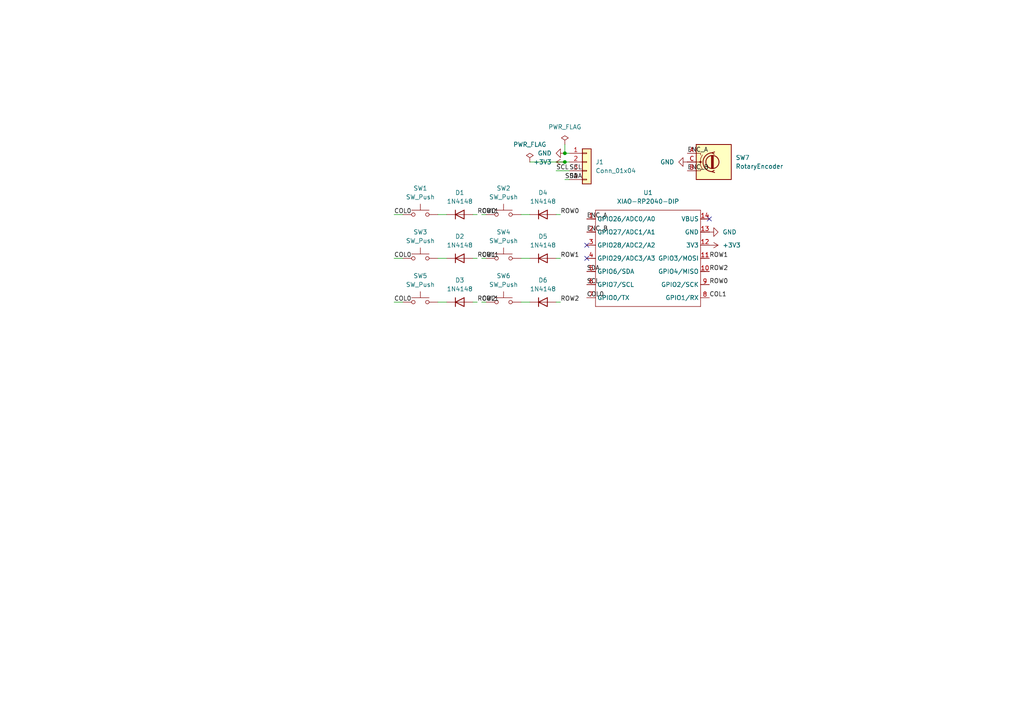
<source format=kicad_sch>
(kicad_sch (version 20250114) (generator "eeschema") (generator_version "9.0")
  (paper "A4")
  (lib_symbols
    (symbol "Connector_Generic:Conn_01x04" (pin_names (offset 1.016) (hide yes))
      (property "Reference" "J" (at 0 5.08 0))
      (property "Value" "Conn_01x04" (at 0 -7.62 0))
      (symbol "Conn_01x04_1_1"
        (rectangle (start -1.27 3.81) (end 1.27 -6.35) (stroke (width 0.254)) (fill (type background)))
        (rectangle (start -1.27 2.667) (end 0 2.413) (stroke (width 0.1524)))
        (rectangle (start -1.27 0.127) (end 0 -0.127) (stroke (width 0.1524)))
        (rectangle (start -1.27 -2.413) (end 0 -2.667) (stroke (width 0.1524)))
        (rectangle (start -1.27 -4.953) (end 0 -5.207) (stroke (width 0.1524)))
        (pin passive line (at -5.08 2.54 0) (length 3.81) (name "Pin_1") (number "1"))
        (pin passive line (at -5.08 0 0) (length 3.81) (name "Pin_2") (number "2"))
        (pin passive line (at -5.08 -2.54 0) (length 3.81) (name "Pin_3") (number "3"))
        (pin passive line (at -5.08 -5.08 0) (length 3.81) (name "Pin_4") (number "4"))
      )
    )
    (symbol "Device:RotaryEncoder" (pin_names (offset 0.254) (hide yes))
      (property "Reference" "SW" (at 0 6.604 0))
      (property "Value" "RotaryEncoder" (at 0 -6.604 0))
      (symbol "RotaryEncoder_0_1"
        (rectangle (start -5.08 5.08) (end 5.08 -5.08) (stroke (width 0.254)) (fill (type background)))
        (polyline (pts (xy -5.08 2.54) (xy -3.81 2.54) (xy -3.81 2.032)))
        (polyline (pts (xy -5.08 0) (xy -3.81 0) (xy -3.81 -1.016) (xy -3.302 -2.032)))
        (polyline (pts (xy -5.08 -2.54) (xy -3.81 -2.54) (xy -3.81 -2.032)))
        (polyline (pts (xy -4.318 0) (xy -3.81 0) (xy -3.81 1.016) (xy -3.302 2.032)))
        (circle (center -3.81 0) (radius 0.254) (fill (type outline)))
        (polyline (pts (xy -0.635 -1.778) (xy -0.635 1.778)) (stroke (width 0.254)))
        (circle (center -0.381 0) (radius 1.905) (stroke (width 0.254)))
        (polyline (pts (xy -0.381 -1.778) (xy -0.381 1.778)) (stroke (width 0.254)))
        (arc (start -0.381 -2.794) (mid -3.0988 -0.0635) (end -0.381 2.667) (stroke (width 0.254)))
        (polyline (pts (xy -0.127 1.778) (xy -0.127 -1.778)) (stroke (width 0.254)))
        (polyline (pts (xy 0.254 2.921) (xy -0.508 2.667) (xy 0.127 2.286)) (stroke (width 0.254)))
        (polyline (pts (xy 0.254 -3.048) (xy -0.508 -2.794) (xy 0.127 -2.413)) (stroke (width 0.254)))
      )
      (symbol "RotaryEncoder_1_1"
        (pin passive line (at -7.62 2.54 0) (length 2.54) (name "A") (number "A"))
        (pin passive line (at -7.62 0 0) (length 2.54) (name "C") (number "C"))
        (pin passive line (at -7.62 -2.54 0) (length 2.54) (name "B") (number "B"))
      )
    )
    (symbol "Diode:1N4148" (pin_numbers (hide yes)) (pin_names (hide yes))
      (property "Reference" "D" (at 0 2.54 0))
      (property "Value" "1N4148" (at 0 -2.54 0))
      (symbol "1N4148_0_1"
        (polyline (pts (xy -1.27 1.27) (xy -1.27 -1.27)) (stroke (width 0.254)))
        (polyline (pts (xy 1.27 1.27) (xy 1.27 -1.27) (xy -1.27 0) (xy 1.27 1.27)) (stroke (width 0.254)))
        (polyline (pts (xy 1.27 0) (xy -1.27 0)))
      )
      (symbol "1N4148_1_1"
        (pin passive line (at -3.81 0 0) (length 2.54) (name "K") (number "1"))
        (pin passive line (at 3.81 0 180) (length 2.54) (name "A") (number "2"))
      )
    )
    (symbol "OPL:XIAO-RP2040-DIP"
      (property "Reference" "U" (at 0 0 0))
      (property "Value" "XIAO-RP2040-DIP" (at 5.334 -1.778 0))
      (symbol "XIAO-RP2040-DIP_1_0"
        (polyline (pts (xy -1.27 -2.54) (xy 29.21 -2.54)) (stroke (width 0.1524)))
        (polyline (pts (xy -1.27 -5.08) (xy -2.54 -5.08)) (stroke (width 0.1524)))
        (polyline (pts (xy -1.27 -5.08) (xy -1.27 -2.54)) (stroke (width 0.1524)))
        (polyline (pts (xy -1.27 -8.89) (xy -2.54 -8.89)) (stroke (width 0.1524)))
        (polyline (pts (xy -1.27 -8.89) (xy -1.27 -5.08)) (stroke (width 0.1524)))
        (polyline (pts (xy -1.27 -12.7) (xy -2.54 -12.7)) (stroke (width 0.1524)))
        (polyline (pts (xy -1.27 -12.7) (xy -1.27 -8.89)) (stroke (width 0.1524)))
        (polyline (pts (xy -1.27 -16.51) (xy -2.54 -16.51)) (stroke (width 0.1524)))
        (polyline (pts (xy -1.27 -16.51) (xy -1.27 -12.7)) (stroke (width 0.1524)))
        (polyline (pts (xy -1.27 -20.32) (xy -2.54 -20.32)) (stroke (width 0.1524)))
        (polyline (pts (xy -1.27 -24.13) (xy -2.54 -24.13)) (stroke (width 0.1524)))
        (polyline (pts (xy -1.27 -27.94) (xy -2.54 -27.94)) (stroke (width 0.1524)))
        (polyline (pts (xy -1.27 -30.48) (xy -1.27 -16.51)) (stroke (width 0.1524)))
        (polyline (pts (xy 29.21 -2.54) (xy 29.21 -5.08)) (stroke (width 0.1524)))
        (polyline (pts (xy 29.21 -5.08) (xy 29.21 -8.89)) (stroke (width 0.1524)))
        (polyline (pts (xy 29.21 -8.89) (xy 29.21 -12.7)) (stroke (width 0.1524)))
        (polyline (pts (xy 29.21 -12.7) (xy 29.21 -30.48)) (stroke (width 0.1524)))
        (polyline (pts (xy 29.21 -30.48) (xy -1.27 -30.48)) (stroke (width 0.1524)))
        (polyline (pts (xy 30.48 -5.08) (xy 29.21 -5.08)) (stroke (width 0.1524)))
        (polyline (pts (xy 30.48 -8.89) (xy 29.21 -8.89)) (stroke (width 0.1524)))
        (polyline (pts (xy 30.48 -12.7) (xy 29.21 -12.7)) (stroke (width 0.1524)))
        (polyline (pts (xy 30.48 -16.51) (xy 29.21 -16.51)) (stroke (width 0.1524)))
        (polyline (pts (xy 30.48 -20.32) (xy 29.21 -20.32)) (stroke (width 0.1524)))
        (polyline (pts (xy 30.48 -24.13) (xy 29.21 -24.13)) (stroke (width 0.1524)))
        (polyline (pts (xy 30.48 -27.94) (xy 29.21 -27.94)) (stroke (width 0.1524)))
        (pin passive line (at -3.81 -5.08 0) (length 2.54) (name "GPIO26/ADC0/A0") (number "1"))
        (pin passive line (at -3.81 -8.89 0) (length 2.54) (name "GPIO27/ADC1/A1") (number "2"))
        (pin passive line (at -3.81 -12.7 0) (length 2.54) (name "GPIO28/ADC2/A2") (number "3"))
        (pin passive line (at -3.81 -16.51 0) (length 2.54) (name "GPIO29/ADC3/A3") (number "4"))
        (pin passive line (at -3.81 -20.32 0) (length 2.54) (name "GPIO6/SDA") (number "5"))
        (pin passive line (at -3.81 -24.13 0) (length 2.54) (name "GPIO7/SCL") (number "6"))
        (pin passive line (at -3.81 -27.94 0) (length 2.54) (name "GPIO0/TX") (number "7"))
        (pin passive line (at 31.75 -5.08 180) (length 2.54) (name "VBUS") (number "14"))
        (pin passive line (at 31.75 -8.89 180) (length 2.54) (name "GND") (number "13"))
        (pin passive line (at 31.75 -12.7 180) (length 2.54) (name "3V3") (number "12"))
        (pin passive line (at 31.75 -16.51 180) (length 2.54) (name "GPIO3/MOSI") (number "11"))
        (pin passive line (at 31.75 -20.32 180) (length 2.54) (name "GPIO4/MISO") (number "10"))
        (pin passive line (at 31.75 -24.13 180) (length 2.54) (name "GPIO2/SCK") (number "9"))
        (pin passive line (at 31.75 -27.94 180) (length 2.54) (name "GPIO1/RX") (number "8"))
      )
    )
    (symbol "Switch:SW_Push" (pin_numbers (hide yes)) (pin_names (offset 1.016) (hide yes))
      (property "Reference" "SW" (at 1.27 2.54 0))
      (property "Value" "SW_Push" (at 0 -1.524 0))
      (symbol "SW_Push_0_1"
        (circle (center -2.032 0) (radius 0.508))
        (polyline (pts (xy 0 1.27) (xy 0 3.048)))
        (circle (center 2.032 0) (radius 0.508))
        (polyline (pts (xy 2.54 1.27) (xy -2.54 1.27)))
        (pin passive line (at -5.08 0 0) (length 2.54) (name "1") (number "1"))
        (pin passive line (at 5.08 0 180) (length 2.54) (name "2") (number "2"))
      )
    )
    (symbol "power:+3V3" (power) (pin_numbers (hide yes)) (pin_names (offset 0) (hide yes))
      (property "Value" "+3V3" (at 0 3.556 0))
      (symbol "+3V3_0_1"
        (polyline (pts (xy -0.762 1.27) (xy 0 2.54)))
        (polyline (pts (xy 0 2.54) (xy 0.762 1.27)))
        (polyline (pts (xy 0 0) (xy 0 2.54)))
      )
      (symbol "+3V3_1_1"
        (pin power_in line (at 0 0 90) (length 0) (name "~") (number "1"))
      )
    )
    (symbol "power:GND" (power) (pin_numbers (hide yes)) (pin_names (offset 0) (hide yes))
      (property "Value" "GND" (at 0 -3.81 0))
      (symbol "GND_0_1"
        (polyline (pts (xy 0 0) (xy 0 -1.27) (xy 1.27 -1.27) (xy 0 -2.54) (xy -1.27 -1.27) (xy 0 -1.27)))
      )
      (symbol "GND_1_1"
        (pin power_in line (at 0 0 270) (length 0) (name "~") (number "1"))
      )
    )
    (symbol "power:PWR_FLAG" (power) (pin_numbers (hide yes)) (pin_names (offset 0) (hide yes))
      (property "Value" "PWR_FLAG" (at 0 3.81 0))
      (symbol "PWR_FLAG_0_0"
        (pin power_out line (at 0 0 90) (length 0) (name "~") (number "1"))
      )
      (symbol "PWR_FLAG_0_1"
        (polyline (pts (xy 0 0) (xy 0 1.27) (xy -1.016 1.905) (xy 0 2.54) (xy 1.016 1.905) (xy 0 1.27)))
      )
    )
  )
  (junction (at 163.83 46.99))
  (junction (at 163.83 44.45))
  (no_connect (at 205.74 63.5))
  (no_connect (at 170.18 71.12))
  (no_connect (at 170.18 74.93))
  (wire (pts (xy 139.7 62.23) (xy 140.97 62.23)))
  (wire (pts (xy 151.13 74.93) (xy 153.67 74.93)))
  (wire (pts (xy 137.16 74.93) (xy 138.43 74.93)))
  (wire (pts (xy 127 87.63) (xy 129.54 87.63)))
  (wire (pts (xy 114.3 87.63) (xy 116.84 87.63)))
  (wire (pts (xy 151.13 87.63) (xy 153.67 87.63)))
  (wire (pts (xy 137.16 87.63) (xy 138.43 87.63)))
  (wire (pts (xy 139.7 74.93) (xy 140.97 74.93)))
  (wire (pts (xy 163.83 41.91) (xy 163.83 44.45)))
  (wire (pts (xy 163.83 46.99) (xy 165.1 46.99)))
  (wire (pts (xy 161.29 62.23) (xy 162.56 62.23)))
  (wire (pts (xy 127 62.23) (xy 129.54 62.23)))
  (wire (pts (xy 114.3 74.93) (xy 116.84 74.93)))
  (wire (pts (xy 161.29 49.53) (xy 165.1 49.53)))
  (wire (pts (xy 161.29 74.93) (xy 162.56 74.93)))
  (wire (pts (xy 139.7 87.63) (xy 140.97 87.63)))
  (wire (pts (xy 127 74.93) (xy 129.54 74.93)))
  (wire (pts (xy 137.16 62.23) (xy 138.43 62.23)))
  (wire (pts (xy 153.67 46.99) (xy 163.83 46.99)))
  (wire (pts (xy 163.83 44.45) (xy 165.1 44.45)))
  (wire (pts (xy 161.29 87.63) (xy 162.56 87.63)))
  (wire (pts (xy 163.83 52.07) (xy 165.1 52.07)))
  (wire (pts (xy 114.3 62.23) (xy 116.84 62.23)))
  (wire (pts (xy 151.13 62.23) (xy 153.67 62.23)))
  (label "SCL" (at 161.29 49.53 0))
  (label "COL0" (at 114.3 62.23 0))
  (label "ENC_A" (at 199.39 44.45 0))
  (label "SDA" (at 163.83 52.07 0))
  (label "COL0" (at 114.3 87.63 0))
  (label "ROW2" (at 162.56 87.63 0))
  (label "ROW1" (at 162.56 74.93 0))
  (label "ENC_A" (at 170.18 63.5 0))
  (label "ROW0" (at 205.74 82.55 0))
  (label "SDA" (at 170.18 78.74 0))
  (label "SDA" (at 165.1 52.07 0))
  (label "COL1" (at 139.7 62.23 0))
  (label "ROW2" (at 205.74 78.74 0))
  (label "COL0" (at 170.18 86.36 0))
  (label "ROW1" (at 205.74 74.93 0))
  (label "COL1" (at 205.74 86.36 0))
  (label "COL0" (at 114.3 74.93 0))
  (label "ENC_B" (at 170.18 67.31 0))
  (label "SCL" (at 170.18 82.55 0))
  (label "ENC_B" (at 199.39 49.53 0))
  (label "ROW1" (at 138.43 74.93 0))
  (label "ROW0" (at 138.43 62.23 0))
  (label "SCL" (at 165.1 49.53 0))
  (label "COL1" (at 139.7 74.93 0))
  (label "ROW0" (at 162.56 62.23 0))
  (label "COL1" (at 139.7 87.63 0))
  (label "ROW2" (at 138.43 87.63 0))
  (symbol (lib_id "power:PWR_FLAG") (at 163.83 41.91 0) (unit 1)
    (property "Reference" "#FLG02" (effects (hide yes)))
    (property "Value" "PWR_FLAG" (at 163.83 36.83 0))
    (property "Description" "Special symbol for telling ERC where power comes from" (effects (hide yes)))
  )
  (symbol (lib_id "Switch:SW_Push") (at 146.05 74.93 0) (unit 1)
    (property "Reference" "SW4" (at 146.05 67.31 0))
    (property "Value" "SW_Push" (at 146.05 69.85 0))
    (property "Footprint" "Button_Switch_Keyboard:SW_Cherry_MX_1.00u_PCB" (effects (hide yes)))
    (property "Description" "Push button switch, generic, two pins" (effects (hide yes)))
  )
  (symbol (lib_id "Switch:SW_Push") (at 121.92 62.23 0) (unit 1)
    (property "Reference" "SW1" (at 121.92 54.61 0))
    (property "Value" "SW_Push" (at 121.92 57.15 0))
    (property "Footprint" "Button_Switch_Keyboard:SW_Cherry_MX_1.00u_PCB" (effects (hide yes)))
    (property "Description" "Push button switch, generic, two pins" (effects (hide yes)))
  )
  (symbol (lib_id "Diode:1N4148") (at 157.48 87.63 0) (unit 1)
    (property "Reference" "D6" (at 157.48 81.28 0))
    (property "Value" "1N4148" (at 157.48 83.82 0))
    (property "Footprint" "Diode_THT:D_DO-35_SOD27_P7.62mm_Horizontal" (effects (hide yes)))
    (property "Datasheet" "https://assets.nexperia.com/documents/data-sheet/1N4148_1N4448.pdf" (effects (hide yes)))
    (property "Description" "100V 0.15A standard switching diode, DO-35" (effects (hide yes)))
    (property "Sim.Device" "D" (effects (hide yes)))
    (property "Sim.Pins" "1=K 2=A" (effects (hide yes)))
  )
  (symbol (lib_id "power:PWR_FLAG") (at 153.67 46.99 0) (unit 1)
    (property "Reference" "#FLG01" (effects (hide yes)))
    (property "Value" "PWR_FLAG" (at 153.67 41.91 0))
    (property "Description" "Special symbol for telling ERC where power comes from" (effects (hide yes)))
  )
  (symbol (lib_id "OPL:XIAO-RP2040-DIP") (at 173.99 58.42 0) (unit 1)
    (property "Reference" "U1" (at 187.96 55.88 0))
    (property "Value" "XIAO-RP2040-DIP" (at 187.96 58.42 0))
    (property "Footprint" "OPL:XIAO-RP2040-DIP" (effects (hide yes)))
  )
  (symbol (lib_id "Diode:1N4148") (at 133.35 74.93 0) (unit 1)
    (property "Reference" "D2" (at 133.35 68.58 0))
    (property "Value" "1N4148" (at 133.35 71.12 0))
    (property "Footprint" "Diode_THT:D_DO-35_SOD27_P7.62mm_Horizontal" (effects (hide yes)))
    (property "Datasheet" "https://assets.nexperia.com/documents/data-sheet/1N4148_1N4448.pdf" (effects (hide yes)))
    (property "Description" "100V 0.15A standard switching diode, DO-35" (effects (hide yes)))
    (property "Sim.Device" "D" (effects (hide yes)))
    (property "Sim.Pins" "1=K 2=A" (effects (hide yes)))
  )
  (symbol (lib_id "Switch:SW_Push") (at 121.92 74.93 0) (unit 1)
    (property "Reference" "SW3" (at 121.92 67.31 0))
    (property "Value" "SW_Push" (at 121.92 69.85 0))
    (property "Footprint" "Button_Switch_Keyboard:SW_Cherry_MX_1.00u_PCB" (effects (hide yes)))
    (property "Description" "Push button switch, generic, two pins" (effects (hide yes)))
  )
  (symbol (lib_id "power:+3V3") (at 205.74 71.12 270) (unit 1)
    (property "Reference" "#PWR04" (effects (hide yes)))
    (property "Value" "+3V3" (at 209.55 71.1199 90) (effects (justify left)))
    (property "Description" "Power symbol creates a global label with name \"+3V3\"" (effects (hide yes)))
  )
  (symbol (lib_id "Diode:1N4148") (at 157.48 74.93 0) (unit 1)
    (property "Reference" "D5" (at 157.48 68.58 0))
    (property "Value" "1N4148" (at 157.48 71.12 0))
    (property "Footprint" "Diode_THT:D_DO-35_SOD27_P7.62mm_Horizontal" (effects (hide yes)))
    (property "Datasheet" "https://assets.nexperia.com/documents/data-sheet/1N4148_1N4448.pdf" (effects (hide yes)))
    (property "Description" "100V 0.15A standard switching diode, DO-35" (effects (hide yes)))
    (property "Sim.Device" "D" (effects (hide yes)))
    (property "Sim.Pins" "1=K 2=A" (effects (hide yes)))
  )
  (symbol (lib_id "Diode:1N4148") (at 133.35 87.63 0) (unit 1)
    (property "Reference" "D3" (at 133.35 81.28 0))
    (property "Value" "1N4148" (at 133.35 83.82 0))
    (property "Footprint" "Diode_THT:D_DO-35_SOD27_P7.62mm_Horizontal" (effects (hide yes)))
    (property "Datasheet" "https://assets.nexperia.com/documents/data-sheet/1N4148_1N4448.pdf" (effects (hide yes)))
    (property "Description" "100V 0.15A standard switching diode, DO-35" (effects (hide yes)))
    (property "Sim.Device" "D" (effects (hide yes)))
    (property "Sim.Pins" "1=K 2=A" (effects (hide yes)))
  )
  (symbol (lib_id "Device:RotaryEncoder") (at 207.01 46.99 0) (unit 1)
    (property "Reference" "SW7" (at 213.36 45.7199 0) (effects (justify left)))
    (property "Value" "RotaryEncoder" (at 213.36 48.2599 0) (effects (justify left)))
    (property "Footprint" "Rotary_Encoder:RotaryEncoder_Alps_EC11E-Switch_Vertical_H20mm" (effects (hide yes)))
    (property "Description" "Rotary encoder, dual channel, incremental quadrate outputs" (effects (hide yes)))
  )
  (symbol (lib_id "Switch:SW_Push") (at 146.05 62.23 0) (unit 1)
    (property "Reference" "SW2" (at 146.05 54.61 0))
    (property "Value" "SW_Push" (at 146.05 57.15 0))
    (property "Footprint" "Button_Switch_Keyboard:SW_Cherry_MX_1.00u_PCB" (effects (hide yes)))
    (property "Description" "Push button switch, generic, two pins" (effects (hide yes)))
  )
  (symbol (lib_id "Switch:SW_Push") (at 121.92 87.63 0) (unit 1)
    (property "Reference" "SW5" (at 121.92 80.01 0))
    (property "Value" "SW_Push" (at 121.92 82.55 0))
    (property "Footprint" "Button_Switch_Keyboard:SW_Cherry_MX_1.00u_PCB" (effects (hide yes)))
    (property "Description" "Push button switch, generic, two pins" (effects (hide yes)))
  )
  (symbol (lib_id "Connector_Generic:Conn_01x04") (at 170.18 46.99 0) (unit 1)
    (property "Reference" "J1" (at 172.72 46.9899 0) (effects (justify left)))
    (property "Value" "Conn_01x04" (at 172.72 49.5299 0) (effects (justify left)))
    (property "Footprint" "Connector_PinHeader_2.54mm:PinHeader_1x04_P2.54mm_Vertical" (effects (hide yes)))
    (property "Description" "Generic connector, single row, 01x04, script generated (kicad-library-utils/schlib/autogen/connector/)" (effects (hide yes)))
  )
  (symbol (lib_id "power:GND") (at 199.39 46.99 270) (unit 1)
    (property "Reference" "#PWR03" (effects (hide yes)))
    (property "Value" "GND" (at 195.58 46.9899 90) (effects (justify right)))
    (property "Description" "Power symbol creates a global label with name \"GND\" , ground" (effects (hide yes)))
  )
  (symbol (lib_id "power:+3V3") (at 163.83 46.99 90) (unit 1)
    (property "Reference" "#PWR02" (effects (hide yes)))
    (property "Value" "+3V3" (at 160.02 46.9899 90) (effects (justify left)))
    (property "Description" "Power symbol creates a global label with name \"+3V3\"" (effects (hide yes)))
  )
  (symbol (lib_id "Diode:1N4148") (at 157.48 62.23 0) (unit 1)
    (property "Reference" "D4" (at 157.48 55.88 0))
    (property "Value" "1N4148" (at 157.48 58.42 0))
    (property "Footprint" "Diode_THT:D_DO-35_SOD27_P7.62mm_Horizontal" (effects (hide yes)))
    (property "Datasheet" "https://assets.nexperia.com/documents/data-sheet/1N4148_1N4448.pdf" (effects (hide yes)))
    (property "Description" "100V 0.15A standard switching diode, DO-35" (effects (hide yes)))
    (property "Sim.Device" "D" (effects (hide yes)))
    (property "Sim.Pins" "1=K 2=A" (effects (hide yes)))
  )
  (symbol (lib_id "power:GND") (at 163.83 44.45 270) (unit 1)
    (property "Reference" "#PWR01" (effects (hide yes)))
    (property "Value" "GND" (at 160.02 44.4499 90) (effects (justify right)))
    (property "Description" "Power symbol creates a global label with name \"GND\" , ground" (effects (hide yes)))
  )
  (symbol (lib_id "Switch:SW_Push") (at 146.05 87.63 0) (unit 1)
    (property "Reference" "SW6" (at 146.05 80.01 0))
    (property "Value" "SW_Push" (at 146.05 82.55 0))
    (property "Footprint" "Button_Switch_Keyboard:SW_Cherry_MX_1.00u_PCB" (effects (hide yes)))
    (property "Description" "Push button switch, generic, two pins" (effects (hide yes)))
  )
  (symbol (lib_id "Diode:1N4148") (at 133.35 62.23 0) (unit 1)
    (property "Reference" "D1" (at 133.35 55.88 0))
    (property "Value" "1N4148" (at 133.35 58.42 0))
    (property "Footprint" "Diode_THT:D_DO-35_SOD27_P7.62mm_Horizontal" (effects (hide yes)))
    (property "Datasheet" "https://assets.nexperia.com/documents/data-sheet/1N4148_1N4448.pdf" (effects (hide yes)))
    (property "Description" "100V 0.15A standard switching diode, DO-35" (effects (hide yes)))
    (property "Sim.Device" "D" (effects (hide yes)))
    (property "Sim.Pins" "1=K 2=A" (effects (hide yes)))
  )
  (symbol (lib_id "power:GND") (at 205.74 67.31 90) (unit 1)
    (property "Reference" "#PWR05" (effects (hide yes)))
    (property "Value" "GND" (at 209.55 67.3099 90) (effects (justify right)))
    (property "Description" "Power symbol creates a global label with name \"GND\" , ground" (effects (hide yes)))
  )
)
</source>
